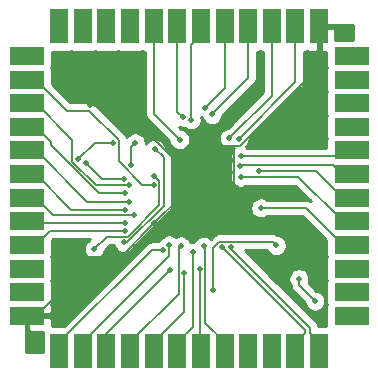
<source format=gbr>
G04 #@! TF.GenerationSoftware,KiCad,Pcbnew,(5.1.5-0-10_14)*
G04 #@! TF.CreationDate,2019-12-28T15:12:34-06:00*
G04 #@! TF.ProjectId,CircuitBrains Deluxe v1_3,43697263-7569-4744-9272-61696e732044,rev?*
G04 #@! TF.SameCoordinates,Original*
G04 #@! TF.FileFunction,Copper,L2,Bot*
G04 #@! TF.FilePolarity,Positive*
%FSLAX46Y46*%
G04 Gerber Fmt 4.6, Leading zero omitted, Abs format (unit mm)*
G04 Created by KiCad (PCBNEW (5.1.5-0-10_14)) date 2019-12-28 15:12:34*
%MOMM*%
%LPD*%
G04 APERTURE LIST*
%ADD10R,1.500000X3.000000*%
%ADD11R,3.000000X1.500000*%
%ADD12C,1.400000*%
%ADD13C,0.508000*%
%ADD14C,0.152400*%
%ADD15C,0.200000*%
%ADD16C,0.254000*%
G04 APERTURE END LIST*
D10*
X88650000Y-87200000D03*
X90650000Y-87200000D03*
X92650000Y-87200000D03*
X94650000Y-87200000D03*
X96650000Y-87200000D03*
X98650000Y-87200000D03*
X100650000Y-87200000D03*
X102650000Y-87200000D03*
X104650000Y-87200000D03*
X106650000Y-87200000D03*
X108650000Y-87200000D03*
X110650000Y-87200000D03*
X88650000Y-114700000D03*
X90650000Y-114700000D03*
X92650000Y-114700000D03*
X94650000Y-114700000D03*
X96650000Y-114700000D03*
X98650000Y-114700000D03*
X100650000Y-114700000D03*
X102650000Y-114700000D03*
X104650000Y-114700000D03*
X106650000Y-114700000D03*
X108650000Y-114700000D03*
X110650000Y-114700000D03*
D11*
X113400000Y-111700000D03*
X113400000Y-109700000D03*
X113400000Y-107700000D03*
X113400000Y-105700000D03*
X113400000Y-103700000D03*
X113400000Y-101700000D03*
X113400000Y-99700000D03*
X113400000Y-97700000D03*
X113400000Y-95700000D03*
X113400000Y-93700000D03*
X113400000Y-91700000D03*
X113400000Y-89700000D03*
X85900000Y-89700000D03*
X85900000Y-91700000D03*
X85900000Y-93700000D03*
X85900000Y-95700000D03*
X85900000Y-97700000D03*
X85900000Y-99700000D03*
X85900000Y-101700000D03*
X85900000Y-103700000D03*
X85900000Y-105700000D03*
X85900000Y-107700000D03*
X85900000Y-109700000D03*
X85900000Y-111700000D03*
D12*
X110650000Y-86450000D03*
X85150000Y-111700000D03*
D13*
X91267900Y-93841700D03*
X96707200Y-103874400D03*
X101387300Y-96729300D03*
X103361000Y-104017000D03*
X104005600Y-101569400D03*
X90883000Y-106683200D03*
D12*
X110650000Y-87950000D03*
X86650000Y-111700000D03*
X114150000Y-105700000D03*
D13*
X105701900Y-102565700D03*
D12*
X112650000Y-105700000D03*
D13*
X110300000Y-110450000D03*
X108950000Y-108550000D03*
D12*
X85150000Y-107700000D03*
X86650000Y-107700000D03*
X85150000Y-109700000D03*
X86650000Y-109700000D03*
X114150000Y-99700000D03*
D13*
X103982300Y-99051500D03*
D12*
X112650000Y-99700000D03*
X114150000Y-103700000D03*
D13*
X104001000Y-99959200D03*
D12*
X112650000Y-103700000D03*
X114150000Y-101700000D03*
D13*
X105544500Y-99432700D03*
D12*
X112650000Y-101700000D03*
D13*
X94141700Y-100117100D03*
X90886600Y-98741800D03*
X107028200Y-105740100D03*
X101700200Y-109553400D03*
D12*
X114150000Y-89700000D03*
X112650000Y-89700000D03*
X114150000Y-91700000D03*
X112650000Y-91700000D03*
X85150000Y-93700000D03*
D13*
X94584700Y-100621900D03*
D12*
X86650000Y-93700000D03*
D13*
X95100000Y-97050000D03*
X94722500Y-98922500D03*
X93230500Y-97030800D03*
X90246300Y-98447400D03*
X96677400Y-99826500D03*
X91624000Y-106029500D03*
X96776000Y-97562500D03*
X94151700Y-105490300D03*
D12*
X106650000Y-86450000D03*
D13*
X103067200Y-96639400D03*
D12*
X106650000Y-87950000D03*
X104650000Y-86450000D03*
D13*
X101575300Y-94646100D03*
D12*
X104650000Y-87950000D03*
X114150000Y-95700000D03*
X112650000Y-95700000D03*
X85150000Y-89700000D03*
X86650000Y-89700000D03*
X88650000Y-86450000D03*
X88650000Y-87950000D03*
X90650000Y-86450000D03*
X90650000Y-87950000D03*
X92650000Y-86450000D03*
X92650000Y-87950000D03*
X94650000Y-86450000D03*
X94650000Y-87950000D03*
X102650000Y-86450000D03*
D13*
X101021700Y-94076500D03*
D12*
X102650000Y-87950000D03*
X100650000Y-86450000D03*
D13*
X99827300Y-95089800D03*
D12*
X100650000Y-87950000D03*
X98650000Y-86450000D03*
D13*
X99096900Y-94888600D03*
D12*
X98650000Y-87950000D03*
X96650000Y-86450000D03*
D13*
X98841700Y-96772800D03*
D12*
X96650000Y-87950000D03*
X114150000Y-109700000D03*
X112650000Y-109700000D03*
X114150000Y-107700000D03*
X112650000Y-107700000D03*
X114150000Y-97700000D03*
D13*
X104019100Y-98177200D03*
D12*
X112650000Y-97700000D03*
X85150000Y-91700000D03*
D13*
X96643100Y-100585300D03*
D12*
X86650000Y-91700000D03*
X85150000Y-99700000D03*
D13*
X94253700Y-102701200D03*
D12*
X86650000Y-99700000D03*
X85150000Y-101700000D03*
D13*
X95007700Y-103134300D03*
D12*
X86650000Y-101700000D03*
X85150000Y-103700000D03*
D13*
X94234800Y-103837900D03*
D12*
X86650000Y-103700000D03*
X102650000Y-115450000D03*
D13*
X100884800Y-105817200D03*
D12*
X102650000Y-113950000D03*
X100650000Y-115450000D03*
D13*
X100546900Y-107744200D03*
D12*
X100650000Y-113950000D03*
X98650000Y-115450000D03*
D13*
X99965500Y-106298200D03*
D12*
X98650000Y-113950000D03*
X96650000Y-115450000D03*
D13*
X99254700Y-108095600D03*
D12*
X96650000Y-113950000D03*
X94650000Y-115450000D03*
D13*
X98934400Y-105778800D03*
D12*
X94650000Y-113950000D03*
X85150000Y-95700000D03*
D13*
X94223300Y-101321400D03*
D12*
X86650000Y-95700000D03*
X92650000Y-115450000D03*
D13*
X98055400Y-107813200D03*
D12*
X92650000Y-113950000D03*
X90650000Y-115450000D03*
D13*
X97968500Y-105687500D03*
D12*
X90650000Y-113950000D03*
X104650000Y-115450000D03*
X104650000Y-113950000D03*
X106650000Y-115450000D03*
X106650000Y-113950000D03*
X108650000Y-115450000D03*
X108650000Y-113950000D03*
D13*
X102449000Y-105909000D03*
D12*
X110650000Y-115450000D03*
X110650000Y-113950000D03*
D13*
X103207000Y-105909000D03*
D12*
X85150000Y-97700000D03*
D13*
X94578100Y-102072000D03*
D12*
X86650000Y-97700000D03*
X85150000Y-105700000D03*
D13*
X94242400Y-104501400D03*
D12*
X86650000Y-105700000D03*
X114150000Y-111700000D03*
X112650000Y-111700000D03*
X88650000Y-115450000D03*
D13*
X97435100Y-106114200D03*
D12*
X88650000Y-113950000D03*
X114150000Y-93700000D03*
X112650000Y-93700000D03*
X108650000Y-86450000D03*
D13*
X103847900Y-96704600D03*
D12*
X108650000Y-87950000D03*
D14*
X103459800Y-97289900D02*
X103459800Y-101023600D01*
X103459800Y-101023600D02*
X104005600Y-101569400D01*
X99027000Y-99089600D02*
X93779100Y-93841700D01*
X93779100Y-93841700D02*
X91267900Y-93841700D01*
X96707200Y-103874400D02*
X99027000Y-101554600D01*
X99027000Y-101554600D02*
X99027000Y-99089600D01*
X99027000Y-99089600D02*
X101387300Y-96729300D01*
X90883000Y-106683200D02*
X93898400Y-106683200D01*
X93898400Y-106683200D02*
X96707200Y-103874400D01*
X104005600Y-101569400D02*
X103361000Y-102214000D01*
X103361000Y-102214000D02*
X103361000Y-104017000D01*
X101387300Y-96729300D02*
X101947900Y-97289900D01*
X101947900Y-97289900D02*
X103459800Y-97289900D01*
X103459800Y-97289900D02*
X103983200Y-97289900D01*
X103983200Y-97289900D02*
X110650000Y-90623100D01*
X110650000Y-90623100D02*
X110650000Y-87950000D01*
X90883000Y-106683200D02*
X90883000Y-107467000D01*
X90883000Y-107467000D02*
X86650000Y-111700000D01*
X110650000Y-87200000D02*
X110650000Y-87950000D01*
X85900000Y-111700000D02*
X86650000Y-111700000D01*
X112650000Y-105700000D02*
X109515700Y-102565700D01*
X109515700Y-102565700D02*
X105701900Y-102565700D01*
X113400000Y-105700000D02*
X112650000Y-105700000D01*
X108950000Y-109100000D02*
X108950000Y-108550000D01*
X110300000Y-110450000D02*
X108950000Y-109100000D01*
X86650000Y-107700000D02*
X85900000Y-107700000D01*
X86650000Y-109700000D02*
X85900000Y-109700000D01*
X112650000Y-99700000D02*
X111845800Y-98895800D01*
X111845800Y-98895800D02*
X104138000Y-98895800D01*
X104138000Y-98895800D02*
X103982300Y-99051500D01*
X113400000Y-99700000D02*
X112650000Y-99700000D01*
X112650000Y-103700000D02*
X108909200Y-99959200D01*
X108909200Y-99959200D02*
X104001000Y-99959200D01*
X113400000Y-103700000D02*
X112650000Y-103700000D01*
X112650000Y-101700000D02*
X110382700Y-99432700D01*
X110382700Y-99432700D02*
X105544500Y-99432700D01*
X113400000Y-101700000D02*
X112650000Y-101700000D01*
X94141700Y-100117100D02*
X92261900Y-100117100D01*
X92261900Y-100117100D02*
X90886600Y-98741800D01*
X101700200Y-109553400D02*
X101700200Y-105935600D01*
X101700200Y-105935600D02*
X102210800Y-105425000D01*
X102210800Y-105425000D02*
X106713100Y-105425000D01*
X106713100Y-105425000D02*
X107028200Y-105740100D01*
X112650000Y-89700000D02*
X113400000Y-89700000D01*
X112650000Y-91700000D02*
X113400000Y-91700000D01*
X86650000Y-93700000D02*
X89763400Y-96813400D01*
X89763400Y-96813400D02*
X89763400Y-98647500D01*
X89763400Y-98647500D02*
X91737800Y-100621900D01*
X91737800Y-100621900D02*
X94584700Y-100621900D01*
X85900000Y-93700000D02*
X86650000Y-93700000D01*
X94722500Y-98922500D02*
X94722500Y-97427500D01*
X94722500Y-97427500D02*
X95100000Y-97050000D01*
X90246300Y-98447400D02*
X91662900Y-97030800D01*
X91662900Y-97030800D02*
X93230500Y-97030800D01*
X91624000Y-106029500D02*
X92669200Y-104984300D01*
X92669200Y-104984300D02*
X94467100Y-104984300D01*
X94467100Y-104984300D02*
X97130700Y-102320700D01*
X97130700Y-102320700D02*
X97130700Y-100279800D01*
X97130700Y-100279800D02*
X96677400Y-99826500D01*
X94151700Y-105490300D02*
X94392800Y-105490300D01*
X94392800Y-105490300D02*
X97504200Y-102378900D01*
X97504200Y-102378900D02*
X97504200Y-98290700D01*
X97504200Y-98290700D02*
X96776000Y-97562500D01*
X106650000Y-87950000D02*
X106650000Y-93056600D01*
X106650000Y-93056600D02*
X103067200Y-96639400D01*
X106650000Y-87200000D02*
X106650000Y-87950000D01*
X104650000Y-87950000D02*
X104650000Y-91571400D01*
X104650000Y-91571400D02*
X101575300Y-94646100D01*
X104650000Y-87200000D02*
X104650000Y-87950000D01*
X112650000Y-95700000D02*
X113400000Y-95700000D01*
X85900000Y-89700000D02*
X86650000Y-89700000D01*
X88650000Y-87950000D02*
X88650000Y-87200000D01*
X90650000Y-87950000D02*
X90650000Y-87200000D01*
X92650000Y-87950000D02*
X92650000Y-87200000D01*
X94650000Y-87950000D02*
X94650000Y-87200000D01*
X102650000Y-87950000D02*
X102650000Y-92448200D01*
X102650000Y-92448200D02*
X101021700Y-94076500D01*
X102650000Y-87200000D02*
X102650000Y-87950000D01*
X100650000Y-87950000D02*
X100650000Y-87200000D01*
X99827300Y-95089800D02*
X99827300Y-88772700D01*
X99827300Y-88772700D02*
X100650000Y-87950000D01*
X98650000Y-87950000D02*
X98650000Y-94441700D01*
X98650000Y-94441700D02*
X99096900Y-94888600D01*
X98650000Y-87200000D02*
X98650000Y-87950000D01*
X96650000Y-87950000D02*
X96650000Y-94581100D01*
X96650000Y-94581100D02*
X98841700Y-96772800D01*
X96650000Y-87200000D02*
X96650000Y-87950000D01*
X112650000Y-109700000D02*
X113400000Y-109700000D01*
X113400000Y-107700000D02*
X112650000Y-107700000D01*
X112650000Y-97700000D02*
X112172800Y-98177200D01*
X112172800Y-98177200D02*
X104019100Y-98177200D01*
X112650000Y-97700000D02*
X113400000Y-97700000D01*
X86650000Y-91700000D02*
X89274600Y-94324600D01*
X89274600Y-94324600D02*
X91207400Y-94324600D01*
X91207400Y-94324600D02*
X93713400Y-96830600D01*
X93713400Y-96830600D02*
X93713400Y-98628700D01*
X93713400Y-98628700D02*
X95669900Y-100585200D01*
X95669900Y-100585200D02*
X96643100Y-100585200D01*
X96643100Y-100585200D02*
X96643100Y-100585300D01*
X85900000Y-91700000D02*
X86650000Y-91700000D01*
X86650000Y-99700000D02*
X89651200Y-102701200D01*
X89651200Y-102701200D02*
X94253700Y-102701200D01*
X85900000Y-99700000D02*
X86650000Y-99700000D01*
X86650000Y-101700000D02*
X88134100Y-103184100D01*
X88134100Y-103184100D02*
X94957900Y-103184100D01*
X94957900Y-103184100D02*
X95007700Y-103134300D01*
X85900000Y-101700000D02*
X86650000Y-101700000D01*
X86650000Y-103700000D02*
X86787900Y-103837900D01*
X86787900Y-103837900D02*
X94234800Y-103837900D01*
X86650000Y-103700000D02*
X85900000Y-103700000D01*
X102650000Y-113950000D02*
X101029900Y-112329900D01*
X101029900Y-112329900D02*
X101029900Y-105962300D01*
X101029900Y-105962300D02*
X100884800Y-105817200D01*
X102650000Y-114700000D02*
X102650000Y-113950000D01*
X100650000Y-113950000D02*
X100546900Y-113846900D01*
X100546900Y-113846900D02*
X100546900Y-107744200D01*
X100650000Y-113950000D02*
X100650000Y-114700000D01*
X98650000Y-113950000D02*
X99965500Y-112634500D01*
X99965500Y-112634500D02*
X99965500Y-106298200D01*
X98650000Y-114700000D02*
X98650000Y-113950000D01*
X96650000Y-113950000D02*
X99254700Y-111345300D01*
X99254700Y-111345300D02*
X99254700Y-108095600D01*
X96650000Y-114700000D02*
X96650000Y-113950000D01*
X98934400Y-105778800D02*
X98771800Y-105941400D01*
X98771800Y-105941400D02*
X98771800Y-109828200D01*
X98771800Y-109828200D02*
X94650000Y-113950000D01*
X94650000Y-113950000D02*
X94650000Y-114700000D01*
X86650000Y-95700000D02*
X87955900Y-97005900D01*
X87955900Y-97005900D02*
X87955900Y-97273300D01*
X87955900Y-97273300D02*
X92004000Y-101321400D01*
X92004000Y-101321400D02*
X94223300Y-101321400D01*
X85900000Y-95700000D02*
X86650000Y-95700000D01*
X92650000Y-113950000D02*
X92650000Y-113218600D01*
X92650000Y-113218600D02*
X98055400Y-107813200D01*
X92650000Y-114700000D02*
X92650000Y-113950000D01*
X90650000Y-113950000D02*
X97968500Y-106631500D01*
X97968500Y-106631500D02*
X97968500Y-105687500D01*
X90650000Y-114700000D02*
X90650000Y-113950000D01*
X104650000Y-114700000D02*
X104650000Y-113950000D01*
X106650000Y-114700000D02*
X106650000Y-113950000D01*
D15*
X102449000Y-105909000D02*
X109425000Y-112885000D01*
X109425000Y-112885000D02*
X109425000Y-113175000D01*
X109425000Y-113175000D02*
X108650000Y-113950000D01*
X108650000Y-113950000D02*
X108650000Y-114700000D01*
X103207000Y-105909000D02*
X103207000Y-106031000D01*
X103207000Y-106031000D02*
X109875000Y-112699000D01*
X109875000Y-112699000D02*
X109875000Y-113175000D01*
X109875000Y-113175000D02*
X110650000Y-113950000D01*
X110650000Y-113950000D02*
X110650000Y-114700000D01*
D14*
X86650000Y-97700000D02*
X91022000Y-102072000D01*
X91022000Y-102072000D02*
X94578100Y-102072000D01*
X85900000Y-97700000D02*
X86650000Y-97700000D01*
X86650000Y-105700000D02*
X87848600Y-104501400D01*
X87848600Y-104501400D02*
X94242400Y-104501400D01*
X85900000Y-105700000D02*
X86650000Y-105700000D01*
X112650000Y-111700000D02*
X113400000Y-111700000D01*
X88650000Y-113950000D02*
X88650000Y-114700000D01*
X97435100Y-106114200D02*
X97435100Y-106114300D01*
X97435100Y-106114300D02*
X96485700Y-106114300D01*
X96485700Y-106114300D02*
X88650000Y-113950000D01*
X113400000Y-93700000D02*
X112650000Y-93700000D01*
X108650000Y-87950000D02*
X108650000Y-87200000D01*
X103847900Y-96704600D02*
X108650000Y-91902500D01*
X108650000Y-91902500D02*
X108650000Y-87950000D01*
D16*
G36*
X105655820Y-89289502D02*
G01*
X105775518Y-89325812D01*
X105900000Y-89338072D01*
X105938800Y-89338072D01*
X105938801Y-92762010D01*
X102943155Y-95757658D01*
X102807888Y-95784564D01*
X102646101Y-95851579D01*
X102500496Y-95948869D01*
X102376669Y-96072696D01*
X102279379Y-96218301D01*
X102212364Y-96380088D01*
X102178200Y-96551841D01*
X102178200Y-96726959D01*
X102212364Y-96898712D01*
X102279379Y-97060499D01*
X102376669Y-97206104D01*
X102500496Y-97329931D01*
X102646101Y-97427221D01*
X102807888Y-97494236D01*
X102979641Y-97528400D01*
X103154759Y-97528400D01*
X103326512Y-97494236D01*
X103390099Y-97467897D01*
X103426801Y-97492421D01*
X103440832Y-97498233D01*
X103328569Y-97610496D01*
X103231279Y-97756101D01*
X103164264Y-97917888D01*
X103130100Y-98089641D01*
X103130100Y-98264759D01*
X103164264Y-98436512D01*
X103225405Y-98584117D01*
X103194479Y-98630401D01*
X103127464Y-98792188D01*
X103093300Y-98963941D01*
X103093300Y-99139059D01*
X103127464Y-99310812D01*
X103194479Y-99472599D01*
X103225712Y-99519343D01*
X103213179Y-99538101D01*
X103146164Y-99699888D01*
X103112000Y-99871641D01*
X103112000Y-100046759D01*
X103146164Y-100218512D01*
X103213179Y-100380299D01*
X103310469Y-100525904D01*
X103434296Y-100649731D01*
X103579901Y-100747021D01*
X103741688Y-100814036D01*
X103913441Y-100848200D01*
X104088559Y-100848200D01*
X104260312Y-100814036D01*
X104422099Y-100747021D01*
X104536771Y-100670400D01*
X108614613Y-100670400D01*
X109929338Y-101985126D01*
X109912733Y-101971498D01*
X109789181Y-101905458D01*
X109655120Y-101864791D01*
X109550636Y-101854500D01*
X109550626Y-101854500D01*
X109515700Y-101851060D01*
X109480774Y-101854500D01*
X106237671Y-101854500D01*
X106122999Y-101777879D01*
X105961212Y-101710864D01*
X105789459Y-101676700D01*
X105614341Y-101676700D01*
X105442588Y-101710864D01*
X105280801Y-101777879D01*
X105135196Y-101875169D01*
X105011369Y-101998996D01*
X104914079Y-102144601D01*
X104847064Y-102306388D01*
X104812900Y-102478141D01*
X104812900Y-102653259D01*
X104847064Y-102825012D01*
X104914079Y-102986799D01*
X105011369Y-103132404D01*
X105135196Y-103256231D01*
X105280801Y-103353521D01*
X105442588Y-103420536D01*
X105614341Y-103454700D01*
X105789459Y-103454700D01*
X105961212Y-103420536D01*
X106122999Y-103353521D01*
X106237671Y-103276900D01*
X109221113Y-103276900D01*
X111261928Y-105317716D01*
X111261928Y-106450000D01*
X111274188Y-106574482D01*
X111310498Y-106694180D01*
X111313609Y-106700000D01*
X111310498Y-106705820D01*
X111274188Y-106825518D01*
X111261928Y-106950000D01*
X111261928Y-108450000D01*
X111274188Y-108574482D01*
X111310498Y-108694180D01*
X111313609Y-108700000D01*
X111310498Y-108705820D01*
X111274188Y-108825518D01*
X111261928Y-108950000D01*
X111261928Y-110450000D01*
X111274188Y-110574482D01*
X111310498Y-110694180D01*
X111313609Y-110700000D01*
X111310498Y-110705820D01*
X111274188Y-110825518D01*
X111261928Y-110950000D01*
X111261928Y-112450000D01*
X111272952Y-112561928D01*
X110600056Y-112561928D01*
X110599365Y-112554914D01*
X110583908Y-112503959D01*
X110557337Y-112416367D01*
X110489087Y-112288680D01*
X110445117Y-112235103D01*
X110420253Y-112204806D01*
X110420250Y-112204803D01*
X110397237Y-112176762D01*
X110369198Y-112153751D01*
X106677888Y-108462441D01*
X108061000Y-108462441D01*
X108061000Y-108637559D01*
X108095164Y-108809312D01*
X108162179Y-108971099D01*
X108237023Y-109083112D01*
X108235360Y-109100000D01*
X108238800Y-109134926D01*
X108238800Y-109134935D01*
X108249091Y-109239419D01*
X108289758Y-109373480D01*
X108355798Y-109497032D01*
X108444673Y-109605326D01*
X108471810Y-109627597D01*
X109418258Y-110574046D01*
X109445164Y-110709312D01*
X109512179Y-110871099D01*
X109609469Y-111016704D01*
X109733296Y-111140531D01*
X109878901Y-111237821D01*
X110040688Y-111304836D01*
X110212441Y-111339000D01*
X110387559Y-111339000D01*
X110559312Y-111304836D01*
X110721099Y-111237821D01*
X110866704Y-111140531D01*
X110990531Y-111016704D01*
X111087821Y-110871099D01*
X111154836Y-110709312D01*
X111189000Y-110537559D01*
X111189000Y-110362441D01*
X111154836Y-110190688D01*
X111087821Y-110028901D01*
X110990531Y-109883296D01*
X110866704Y-109759469D01*
X110721099Y-109662179D01*
X110559312Y-109595164D01*
X110424046Y-109568258D01*
X109763908Y-108908120D01*
X109804836Y-108809312D01*
X109839000Y-108637559D01*
X109839000Y-108462441D01*
X109804836Y-108290688D01*
X109737821Y-108128901D01*
X109640531Y-107983296D01*
X109516704Y-107859469D01*
X109371099Y-107762179D01*
X109209312Y-107695164D01*
X109037559Y-107661000D01*
X108862441Y-107661000D01*
X108690688Y-107695164D01*
X108528901Y-107762179D01*
X108383296Y-107859469D01*
X108259469Y-107983296D01*
X108162179Y-108128901D01*
X108095164Y-108290688D01*
X108061000Y-108462441D01*
X106677888Y-108462441D01*
X104351646Y-106136200D01*
X106230024Y-106136200D01*
X106240379Y-106161199D01*
X106337669Y-106306804D01*
X106461496Y-106430631D01*
X106607101Y-106527921D01*
X106768888Y-106594936D01*
X106940641Y-106629100D01*
X107115759Y-106629100D01*
X107287512Y-106594936D01*
X107449299Y-106527921D01*
X107594904Y-106430631D01*
X107718731Y-106306804D01*
X107816021Y-106161199D01*
X107883036Y-105999412D01*
X107917200Y-105827659D01*
X107917200Y-105652541D01*
X107883036Y-105480788D01*
X107816021Y-105319001D01*
X107718731Y-105173396D01*
X107594904Y-105049569D01*
X107449299Y-104952279D01*
X107287512Y-104885264D01*
X107140985Y-104856118D01*
X107110133Y-104830798D01*
X106986581Y-104764758D01*
X106852520Y-104724091D01*
X106748036Y-104713800D01*
X106748026Y-104713800D01*
X106713100Y-104710360D01*
X106678174Y-104713800D01*
X102245717Y-104713800D01*
X102210799Y-104710361D01*
X102175881Y-104713800D01*
X102175864Y-104713800D01*
X102071380Y-104724091D01*
X101937319Y-104764758D01*
X101823645Y-104825518D01*
X101813767Y-104830798D01*
X101732608Y-104897403D01*
X101732604Y-104897407D01*
X101705473Y-104919673D01*
X101683207Y-104946805D01*
X101477423Y-105152588D01*
X101451504Y-105126669D01*
X101305899Y-105029379D01*
X101144112Y-104962364D01*
X100972359Y-104928200D01*
X100797241Y-104928200D01*
X100625488Y-104962364D01*
X100463701Y-105029379D01*
X100318096Y-105126669D01*
X100194269Y-105250496D01*
X100096979Y-105396101D01*
X100088623Y-105416274D01*
X100053059Y-105409200D01*
X99877941Y-105409200D01*
X99753783Y-105433897D01*
X99722221Y-105357701D01*
X99624931Y-105212096D01*
X99501104Y-105088269D01*
X99355499Y-104990979D01*
X99193712Y-104923964D01*
X99021959Y-104889800D01*
X98846841Y-104889800D01*
X98675088Y-104923964D01*
X98521288Y-104987671D01*
X98389599Y-104899679D01*
X98227812Y-104832664D01*
X98056059Y-104798500D01*
X97880941Y-104798500D01*
X97709188Y-104832664D01*
X97547401Y-104899679D01*
X97401796Y-104996969D01*
X97277969Y-105120796D01*
X97186851Y-105257163D01*
X97175788Y-105259364D01*
X97014001Y-105326379D01*
X96899180Y-105403100D01*
X96520625Y-105403100D01*
X96485699Y-105399660D01*
X96450773Y-105403100D01*
X96450764Y-105403100D01*
X96346280Y-105413391D01*
X96212219Y-105454058D01*
X96116317Y-105505319D01*
X96088667Y-105520098D01*
X96007508Y-105586703D01*
X96007504Y-105586707D01*
X95980373Y-105608973D01*
X95958107Y-105636104D01*
X89032285Y-112561928D01*
X88027048Y-112561928D01*
X88038072Y-112450000D01*
X88035000Y-111985750D01*
X87876250Y-111827000D01*
X86027000Y-111827000D01*
X86027000Y-112926250D01*
X86185750Y-113085000D01*
X87272983Y-113087751D01*
X87261928Y-113200000D01*
X87261928Y-114790000D01*
X85810000Y-114790000D01*
X85810000Y-111553000D01*
X86027000Y-111553000D01*
X86027000Y-111573000D01*
X87876250Y-111573000D01*
X88035000Y-111414250D01*
X88038072Y-110950000D01*
X88025812Y-110825518D01*
X87989502Y-110705820D01*
X87986391Y-110700000D01*
X87989502Y-110694180D01*
X88025812Y-110574482D01*
X88038072Y-110450000D01*
X88038072Y-108950000D01*
X88025812Y-108825518D01*
X87989502Y-108705820D01*
X87986391Y-108700000D01*
X87989502Y-108694180D01*
X88025812Y-108574482D01*
X88038072Y-108450000D01*
X88038072Y-106950000D01*
X88025812Y-106825518D01*
X87989502Y-106705820D01*
X87986391Y-106700000D01*
X87989502Y-106694180D01*
X88025812Y-106574482D01*
X88038072Y-106450000D01*
X88038072Y-105317716D01*
X88143189Y-105212600D01*
X91273103Y-105212600D01*
X91202901Y-105241679D01*
X91057296Y-105338969D01*
X90933469Y-105462796D01*
X90836179Y-105608401D01*
X90769164Y-105770188D01*
X90735000Y-105941941D01*
X90735000Y-106117059D01*
X90769164Y-106288812D01*
X90836179Y-106450599D01*
X90933469Y-106596204D01*
X91057296Y-106720031D01*
X91202901Y-106817321D01*
X91364688Y-106884336D01*
X91536441Y-106918500D01*
X91711559Y-106918500D01*
X91883312Y-106884336D01*
X92045099Y-106817321D01*
X92190704Y-106720031D01*
X92314531Y-106596204D01*
X92411821Y-106450599D01*
X92478836Y-106288812D01*
X92505742Y-106153545D01*
X92963788Y-105695500D01*
X93286100Y-105695500D01*
X93296864Y-105749612D01*
X93363879Y-105911399D01*
X93461169Y-106057004D01*
X93584996Y-106180831D01*
X93730601Y-106278121D01*
X93892388Y-106345136D01*
X94064141Y-106379300D01*
X94239259Y-106379300D01*
X94411012Y-106345136D01*
X94572799Y-106278121D01*
X94718404Y-106180831D01*
X94842231Y-106057004D01*
X94865169Y-106022675D01*
X94898127Y-105995627D01*
X94920402Y-105968485D01*
X97982395Y-102906493D01*
X98009526Y-102884227D01*
X98031793Y-102857095D01*
X98031797Y-102857091D01*
X98098402Y-102775933D01*
X98100018Y-102772909D01*
X98164442Y-102652381D01*
X98205109Y-102518320D01*
X98215400Y-102413836D01*
X98215400Y-102413827D01*
X98218840Y-102378901D01*
X98215400Y-102343975D01*
X98215400Y-98325625D01*
X98218840Y-98290699D01*
X98215400Y-98255773D01*
X98215400Y-98255764D01*
X98205109Y-98151280D01*
X98164442Y-98017219D01*
X98098402Y-97893667D01*
X98076929Y-97867502D01*
X98031797Y-97812508D01*
X98031793Y-97812504D01*
X98009527Y-97785373D01*
X97982396Y-97763107D01*
X97657742Y-97438454D01*
X97630836Y-97303188D01*
X97563821Y-97141401D01*
X97466531Y-96995796D01*
X97342704Y-96871969D01*
X97197099Y-96774679D01*
X97035312Y-96707664D01*
X96863559Y-96673500D01*
X96688441Y-96673500D01*
X96516688Y-96707664D01*
X96354901Y-96774679D01*
X96209296Y-96871969D01*
X96085469Y-96995796D01*
X95988260Y-97141280D01*
X95989000Y-97137559D01*
X95989000Y-96962441D01*
X95954836Y-96790688D01*
X95887821Y-96628901D01*
X95790531Y-96483296D01*
X95666704Y-96359469D01*
X95521099Y-96262179D01*
X95359312Y-96195164D01*
X95187559Y-96161000D01*
X95012441Y-96161000D01*
X94840688Y-96195164D01*
X94678901Y-96262179D01*
X94533296Y-96359469D01*
X94409469Y-96483296D01*
X94367642Y-96545894D01*
X94307602Y-96433567D01*
X94293486Y-96416367D01*
X94240997Y-96352409D01*
X94240993Y-96352405D01*
X94218726Y-96325273D01*
X94191595Y-96303007D01*
X91735002Y-93846415D01*
X91712727Y-93819273D01*
X91604433Y-93730398D01*
X91480881Y-93664358D01*
X91346820Y-93623691D01*
X91242336Y-93613400D01*
X91242326Y-93613400D01*
X91207400Y-93609960D01*
X91172474Y-93613400D01*
X89569188Y-93613400D01*
X88038072Y-92082285D01*
X88038072Y-90950000D01*
X88025812Y-90825518D01*
X87989502Y-90705820D01*
X87986391Y-90700000D01*
X87989502Y-90694180D01*
X88025812Y-90574482D01*
X88038072Y-90450000D01*
X88038072Y-89338072D01*
X89400000Y-89338072D01*
X89524482Y-89325812D01*
X89644180Y-89289502D01*
X89650000Y-89286391D01*
X89655820Y-89289502D01*
X89775518Y-89325812D01*
X89900000Y-89338072D01*
X91400000Y-89338072D01*
X91524482Y-89325812D01*
X91644180Y-89289502D01*
X91650000Y-89286391D01*
X91655820Y-89289502D01*
X91775518Y-89325812D01*
X91900000Y-89338072D01*
X93400000Y-89338072D01*
X93524482Y-89325812D01*
X93644180Y-89289502D01*
X93650000Y-89286391D01*
X93655820Y-89289502D01*
X93775518Y-89325812D01*
X93900000Y-89338072D01*
X95400000Y-89338072D01*
X95524482Y-89325812D01*
X95644180Y-89289502D01*
X95650000Y-89286391D01*
X95655820Y-89289502D01*
X95775518Y-89325812D01*
X95900000Y-89338072D01*
X95938800Y-89338072D01*
X95938801Y-94546164D01*
X95935360Y-94581100D01*
X95938801Y-94616036D01*
X95949092Y-94720520D01*
X95984951Y-94838732D01*
X95989759Y-94854581D01*
X96055798Y-94978132D01*
X96122403Y-95059290D01*
X96144674Y-95086427D01*
X96171810Y-95108697D01*
X97959958Y-96896845D01*
X97986864Y-97032112D01*
X98053879Y-97193899D01*
X98151169Y-97339504D01*
X98274996Y-97463331D01*
X98420601Y-97560621D01*
X98582388Y-97627636D01*
X98754141Y-97661800D01*
X98929259Y-97661800D01*
X99101012Y-97627636D01*
X99262799Y-97560621D01*
X99408404Y-97463331D01*
X99532231Y-97339504D01*
X99629521Y-97193899D01*
X99696536Y-97032112D01*
X99730700Y-96860359D01*
X99730700Y-96685241D01*
X99696536Y-96513488D01*
X99629521Y-96351701D01*
X99532231Y-96206096D01*
X99408404Y-96082269D01*
X99262799Y-95984979D01*
X99101012Y-95917964D01*
X98965745Y-95891058D01*
X98804360Y-95729672D01*
X98837588Y-95743436D01*
X99009341Y-95777600D01*
X99184459Y-95777600D01*
X99245686Y-95765421D01*
X99260596Y-95780331D01*
X99406201Y-95877621D01*
X99567988Y-95944636D01*
X99739741Y-95978800D01*
X99914859Y-95978800D01*
X100086612Y-95944636D01*
X100248399Y-95877621D01*
X100394004Y-95780331D01*
X100517831Y-95656504D01*
X100615121Y-95510899D01*
X100682136Y-95349112D01*
X100716300Y-95177359D01*
X100716300Y-95002241D01*
X100696791Y-94904165D01*
X100724743Y-94915743D01*
X100787479Y-95067199D01*
X100884769Y-95212804D01*
X101008596Y-95336631D01*
X101154201Y-95433921D01*
X101315988Y-95500936D01*
X101487741Y-95535100D01*
X101662859Y-95535100D01*
X101834612Y-95500936D01*
X101996399Y-95433921D01*
X102142004Y-95336631D01*
X102265831Y-95212804D01*
X102363121Y-95067199D01*
X102430136Y-94905412D01*
X102457042Y-94770145D01*
X105128196Y-92098993D01*
X105155327Y-92076727D01*
X105177593Y-92049596D01*
X105177597Y-92049592D01*
X105244202Y-91968433D01*
X105279444Y-91902500D01*
X105310242Y-91844881D01*
X105350909Y-91710820D01*
X105361200Y-91606336D01*
X105361200Y-91606319D01*
X105364639Y-91571401D01*
X105361200Y-91536483D01*
X105361200Y-89338072D01*
X105400000Y-89338072D01*
X105524482Y-89325812D01*
X105644180Y-89289502D01*
X105650000Y-89286391D01*
X105655820Y-89289502D01*
G37*
X105655820Y-89289502D02*
X105775518Y-89325812D01*
X105900000Y-89338072D01*
X105938800Y-89338072D01*
X105938801Y-92762010D01*
X102943155Y-95757658D01*
X102807888Y-95784564D01*
X102646101Y-95851579D01*
X102500496Y-95948869D01*
X102376669Y-96072696D01*
X102279379Y-96218301D01*
X102212364Y-96380088D01*
X102178200Y-96551841D01*
X102178200Y-96726959D01*
X102212364Y-96898712D01*
X102279379Y-97060499D01*
X102376669Y-97206104D01*
X102500496Y-97329931D01*
X102646101Y-97427221D01*
X102807888Y-97494236D01*
X102979641Y-97528400D01*
X103154759Y-97528400D01*
X103326512Y-97494236D01*
X103390099Y-97467897D01*
X103426801Y-97492421D01*
X103440832Y-97498233D01*
X103328569Y-97610496D01*
X103231279Y-97756101D01*
X103164264Y-97917888D01*
X103130100Y-98089641D01*
X103130100Y-98264759D01*
X103164264Y-98436512D01*
X103225405Y-98584117D01*
X103194479Y-98630401D01*
X103127464Y-98792188D01*
X103093300Y-98963941D01*
X103093300Y-99139059D01*
X103127464Y-99310812D01*
X103194479Y-99472599D01*
X103225712Y-99519343D01*
X103213179Y-99538101D01*
X103146164Y-99699888D01*
X103112000Y-99871641D01*
X103112000Y-100046759D01*
X103146164Y-100218512D01*
X103213179Y-100380299D01*
X103310469Y-100525904D01*
X103434296Y-100649731D01*
X103579901Y-100747021D01*
X103741688Y-100814036D01*
X103913441Y-100848200D01*
X104088559Y-100848200D01*
X104260312Y-100814036D01*
X104422099Y-100747021D01*
X104536771Y-100670400D01*
X108614613Y-100670400D01*
X109929338Y-101985126D01*
X109912733Y-101971498D01*
X109789181Y-101905458D01*
X109655120Y-101864791D01*
X109550636Y-101854500D01*
X109550626Y-101854500D01*
X109515700Y-101851060D01*
X109480774Y-101854500D01*
X106237671Y-101854500D01*
X106122999Y-101777879D01*
X105961212Y-101710864D01*
X105789459Y-101676700D01*
X105614341Y-101676700D01*
X105442588Y-101710864D01*
X105280801Y-101777879D01*
X105135196Y-101875169D01*
X105011369Y-101998996D01*
X104914079Y-102144601D01*
X104847064Y-102306388D01*
X104812900Y-102478141D01*
X104812900Y-102653259D01*
X104847064Y-102825012D01*
X104914079Y-102986799D01*
X105011369Y-103132404D01*
X105135196Y-103256231D01*
X105280801Y-103353521D01*
X105442588Y-103420536D01*
X105614341Y-103454700D01*
X105789459Y-103454700D01*
X105961212Y-103420536D01*
X106122999Y-103353521D01*
X106237671Y-103276900D01*
X109221113Y-103276900D01*
X111261928Y-105317716D01*
X111261928Y-106450000D01*
X111274188Y-106574482D01*
X111310498Y-106694180D01*
X111313609Y-106700000D01*
X111310498Y-106705820D01*
X111274188Y-106825518D01*
X111261928Y-106950000D01*
X111261928Y-108450000D01*
X111274188Y-108574482D01*
X111310498Y-108694180D01*
X111313609Y-108700000D01*
X111310498Y-108705820D01*
X111274188Y-108825518D01*
X111261928Y-108950000D01*
X111261928Y-110450000D01*
X111274188Y-110574482D01*
X111310498Y-110694180D01*
X111313609Y-110700000D01*
X111310498Y-110705820D01*
X111274188Y-110825518D01*
X111261928Y-110950000D01*
X111261928Y-112450000D01*
X111272952Y-112561928D01*
X110600056Y-112561928D01*
X110599365Y-112554914D01*
X110583908Y-112503959D01*
X110557337Y-112416367D01*
X110489087Y-112288680D01*
X110445117Y-112235103D01*
X110420253Y-112204806D01*
X110420250Y-112204803D01*
X110397237Y-112176762D01*
X110369198Y-112153751D01*
X106677888Y-108462441D01*
X108061000Y-108462441D01*
X108061000Y-108637559D01*
X108095164Y-108809312D01*
X108162179Y-108971099D01*
X108237023Y-109083112D01*
X108235360Y-109100000D01*
X108238800Y-109134926D01*
X108238800Y-109134935D01*
X108249091Y-109239419D01*
X108289758Y-109373480D01*
X108355798Y-109497032D01*
X108444673Y-109605326D01*
X108471810Y-109627597D01*
X109418258Y-110574046D01*
X109445164Y-110709312D01*
X109512179Y-110871099D01*
X109609469Y-111016704D01*
X109733296Y-111140531D01*
X109878901Y-111237821D01*
X110040688Y-111304836D01*
X110212441Y-111339000D01*
X110387559Y-111339000D01*
X110559312Y-111304836D01*
X110721099Y-111237821D01*
X110866704Y-111140531D01*
X110990531Y-111016704D01*
X111087821Y-110871099D01*
X111154836Y-110709312D01*
X111189000Y-110537559D01*
X111189000Y-110362441D01*
X111154836Y-110190688D01*
X111087821Y-110028901D01*
X110990531Y-109883296D01*
X110866704Y-109759469D01*
X110721099Y-109662179D01*
X110559312Y-109595164D01*
X110424046Y-109568258D01*
X109763908Y-108908120D01*
X109804836Y-108809312D01*
X109839000Y-108637559D01*
X109839000Y-108462441D01*
X109804836Y-108290688D01*
X109737821Y-108128901D01*
X109640531Y-107983296D01*
X109516704Y-107859469D01*
X109371099Y-107762179D01*
X109209312Y-107695164D01*
X109037559Y-107661000D01*
X108862441Y-107661000D01*
X108690688Y-107695164D01*
X108528901Y-107762179D01*
X108383296Y-107859469D01*
X108259469Y-107983296D01*
X108162179Y-108128901D01*
X108095164Y-108290688D01*
X108061000Y-108462441D01*
X106677888Y-108462441D01*
X104351646Y-106136200D01*
X106230024Y-106136200D01*
X106240379Y-106161199D01*
X106337669Y-106306804D01*
X106461496Y-106430631D01*
X106607101Y-106527921D01*
X106768888Y-106594936D01*
X106940641Y-106629100D01*
X107115759Y-106629100D01*
X107287512Y-106594936D01*
X107449299Y-106527921D01*
X107594904Y-106430631D01*
X107718731Y-106306804D01*
X107816021Y-106161199D01*
X107883036Y-105999412D01*
X107917200Y-105827659D01*
X107917200Y-105652541D01*
X107883036Y-105480788D01*
X107816021Y-105319001D01*
X107718731Y-105173396D01*
X107594904Y-105049569D01*
X107449299Y-104952279D01*
X107287512Y-104885264D01*
X107140985Y-104856118D01*
X107110133Y-104830798D01*
X106986581Y-104764758D01*
X106852520Y-104724091D01*
X106748036Y-104713800D01*
X106748026Y-104713800D01*
X106713100Y-104710360D01*
X106678174Y-104713800D01*
X102245717Y-104713800D01*
X102210799Y-104710361D01*
X102175881Y-104713800D01*
X102175864Y-104713800D01*
X102071380Y-104724091D01*
X101937319Y-104764758D01*
X101823645Y-104825518D01*
X101813767Y-104830798D01*
X101732608Y-104897403D01*
X101732604Y-104897407D01*
X101705473Y-104919673D01*
X101683207Y-104946805D01*
X101477423Y-105152588D01*
X101451504Y-105126669D01*
X101305899Y-105029379D01*
X101144112Y-104962364D01*
X100972359Y-104928200D01*
X100797241Y-104928200D01*
X100625488Y-104962364D01*
X100463701Y-105029379D01*
X100318096Y-105126669D01*
X100194269Y-105250496D01*
X100096979Y-105396101D01*
X100088623Y-105416274D01*
X100053059Y-105409200D01*
X99877941Y-105409200D01*
X99753783Y-105433897D01*
X99722221Y-105357701D01*
X99624931Y-105212096D01*
X99501104Y-105088269D01*
X99355499Y-104990979D01*
X99193712Y-104923964D01*
X99021959Y-104889800D01*
X98846841Y-104889800D01*
X98675088Y-104923964D01*
X98521288Y-104987671D01*
X98389599Y-104899679D01*
X98227812Y-104832664D01*
X98056059Y-104798500D01*
X97880941Y-104798500D01*
X97709188Y-104832664D01*
X97547401Y-104899679D01*
X97401796Y-104996969D01*
X97277969Y-105120796D01*
X97186851Y-105257163D01*
X97175788Y-105259364D01*
X97014001Y-105326379D01*
X96899180Y-105403100D01*
X96520625Y-105403100D01*
X96485699Y-105399660D01*
X96450773Y-105403100D01*
X96450764Y-105403100D01*
X96346280Y-105413391D01*
X96212219Y-105454058D01*
X96116317Y-105505319D01*
X96088667Y-105520098D01*
X96007508Y-105586703D01*
X96007504Y-105586707D01*
X95980373Y-105608973D01*
X95958107Y-105636104D01*
X89032285Y-112561928D01*
X88027048Y-112561928D01*
X88038072Y-112450000D01*
X88035000Y-111985750D01*
X87876250Y-111827000D01*
X86027000Y-111827000D01*
X86027000Y-112926250D01*
X86185750Y-113085000D01*
X87272983Y-113087751D01*
X87261928Y-113200000D01*
X87261928Y-114790000D01*
X85810000Y-114790000D01*
X85810000Y-111553000D01*
X86027000Y-111553000D01*
X86027000Y-111573000D01*
X87876250Y-111573000D01*
X88035000Y-111414250D01*
X88038072Y-110950000D01*
X88025812Y-110825518D01*
X87989502Y-110705820D01*
X87986391Y-110700000D01*
X87989502Y-110694180D01*
X88025812Y-110574482D01*
X88038072Y-110450000D01*
X88038072Y-108950000D01*
X88025812Y-108825518D01*
X87989502Y-108705820D01*
X87986391Y-108700000D01*
X87989502Y-108694180D01*
X88025812Y-108574482D01*
X88038072Y-108450000D01*
X88038072Y-106950000D01*
X88025812Y-106825518D01*
X87989502Y-106705820D01*
X87986391Y-106700000D01*
X87989502Y-106694180D01*
X88025812Y-106574482D01*
X88038072Y-106450000D01*
X88038072Y-105317716D01*
X88143189Y-105212600D01*
X91273103Y-105212600D01*
X91202901Y-105241679D01*
X91057296Y-105338969D01*
X90933469Y-105462796D01*
X90836179Y-105608401D01*
X90769164Y-105770188D01*
X90735000Y-105941941D01*
X90735000Y-106117059D01*
X90769164Y-106288812D01*
X90836179Y-106450599D01*
X90933469Y-106596204D01*
X91057296Y-106720031D01*
X91202901Y-106817321D01*
X91364688Y-106884336D01*
X91536441Y-106918500D01*
X91711559Y-106918500D01*
X91883312Y-106884336D01*
X92045099Y-106817321D01*
X92190704Y-106720031D01*
X92314531Y-106596204D01*
X92411821Y-106450599D01*
X92478836Y-106288812D01*
X92505742Y-106153545D01*
X92963788Y-105695500D01*
X93286100Y-105695500D01*
X93296864Y-105749612D01*
X93363879Y-105911399D01*
X93461169Y-106057004D01*
X93584996Y-106180831D01*
X93730601Y-106278121D01*
X93892388Y-106345136D01*
X94064141Y-106379300D01*
X94239259Y-106379300D01*
X94411012Y-106345136D01*
X94572799Y-106278121D01*
X94718404Y-106180831D01*
X94842231Y-106057004D01*
X94865169Y-106022675D01*
X94898127Y-105995627D01*
X94920402Y-105968485D01*
X97982395Y-102906493D01*
X98009526Y-102884227D01*
X98031793Y-102857095D01*
X98031797Y-102857091D01*
X98098402Y-102775933D01*
X98100018Y-102772909D01*
X98164442Y-102652381D01*
X98205109Y-102518320D01*
X98215400Y-102413836D01*
X98215400Y-102413827D01*
X98218840Y-102378901D01*
X98215400Y-102343975D01*
X98215400Y-98325625D01*
X98218840Y-98290699D01*
X98215400Y-98255773D01*
X98215400Y-98255764D01*
X98205109Y-98151280D01*
X98164442Y-98017219D01*
X98098402Y-97893667D01*
X98076929Y-97867502D01*
X98031797Y-97812508D01*
X98031793Y-97812504D01*
X98009527Y-97785373D01*
X97982396Y-97763107D01*
X97657742Y-97438454D01*
X97630836Y-97303188D01*
X97563821Y-97141401D01*
X97466531Y-96995796D01*
X97342704Y-96871969D01*
X97197099Y-96774679D01*
X97035312Y-96707664D01*
X96863559Y-96673500D01*
X96688441Y-96673500D01*
X96516688Y-96707664D01*
X96354901Y-96774679D01*
X96209296Y-96871969D01*
X96085469Y-96995796D01*
X95988260Y-97141280D01*
X95989000Y-97137559D01*
X95989000Y-96962441D01*
X95954836Y-96790688D01*
X95887821Y-96628901D01*
X95790531Y-96483296D01*
X95666704Y-96359469D01*
X95521099Y-96262179D01*
X95359312Y-96195164D01*
X95187559Y-96161000D01*
X95012441Y-96161000D01*
X94840688Y-96195164D01*
X94678901Y-96262179D01*
X94533296Y-96359469D01*
X94409469Y-96483296D01*
X94367642Y-96545894D01*
X94307602Y-96433567D01*
X94293486Y-96416367D01*
X94240997Y-96352409D01*
X94240993Y-96352405D01*
X94218726Y-96325273D01*
X94191595Y-96303007D01*
X91735002Y-93846415D01*
X91712727Y-93819273D01*
X91604433Y-93730398D01*
X91480881Y-93664358D01*
X91346820Y-93623691D01*
X91242336Y-93613400D01*
X91242326Y-93613400D01*
X91207400Y-93609960D01*
X91172474Y-93613400D01*
X89569188Y-93613400D01*
X88038072Y-92082285D01*
X88038072Y-90950000D01*
X88025812Y-90825518D01*
X87989502Y-90705820D01*
X87986391Y-90700000D01*
X87989502Y-90694180D01*
X88025812Y-90574482D01*
X88038072Y-90450000D01*
X88038072Y-89338072D01*
X89400000Y-89338072D01*
X89524482Y-89325812D01*
X89644180Y-89289502D01*
X89650000Y-89286391D01*
X89655820Y-89289502D01*
X89775518Y-89325812D01*
X89900000Y-89338072D01*
X91400000Y-89338072D01*
X91524482Y-89325812D01*
X91644180Y-89289502D01*
X91650000Y-89286391D01*
X91655820Y-89289502D01*
X91775518Y-89325812D01*
X91900000Y-89338072D01*
X93400000Y-89338072D01*
X93524482Y-89325812D01*
X93644180Y-89289502D01*
X93650000Y-89286391D01*
X93655820Y-89289502D01*
X93775518Y-89325812D01*
X93900000Y-89338072D01*
X95400000Y-89338072D01*
X95524482Y-89325812D01*
X95644180Y-89289502D01*
X95650000Y-89286391D01*
X95655820Y-89289502D01*
X95775518Y-89325812D01*
X95900000Y-89338072D01*
X95938800Y-89338072D01*
X95938801Y-94546164D01*
X95935360Y-94581100D01*
X95938801Y-94616036D01*
X95949092Y-94720520D01*
X95984951Y-94838732D01*
X95989759Y-94854581D01*
X96055798Y-94978132D01*
X96122403Y-95059290D01*
X96144674Y-95086427D01*
X96171810Y-95108697D01*
X97959958Y-96896845D01*
X97986864Y-97032112D01*
X98053879Y-97193899D01*
X98151169Y-97339504D01*
X98274996Y-97463331D01*
X98420601Y-97560621D01*
X98582388Y-97627636D01*
X98754141Y-97661800D01*
X98929259Y-97661800D01*
X99101012Y-97627636D01*
X99262799Y-97560621D01*
X99408404Y-97463331D01*
X99532231Y-97339504D01*
X99629521Y-97193899D01*
X99696536Y-97032112D01*
X99730700Y-96860359D01*
X99730700Y-96685241D01*
X99696536Y-96513488D01*
X99629521Y-96351701D01*
X99532231Y-96206096D01*
X99408404Y-96082269D01*
X99262799Y-95984979D01*
X99101012Y-95917964D01*
X98965745Y-95891058D01*
X98804360Y-95729672D01*
X98837588Y-95743436D01*
X99009341Y-95777600D01*
X99184459Y-95777600D01*
X99245686Y-95765421D01*
X99260596Y-95780331D01*
X99406201Y-95877621D01*
X99567988Y-95944636D01*
X99739741Y-95978800D01*
X99914859Y-95978800D01*
X100086612Y-95944636D01*
X100248399Y-95877621D01*
X100394004Y-95780331D01*
X100517831Y-95656504D01*
X100615121Y-95510899D01*
X100682136Y-95349112D01*
X100716300Y-95177359D01*
X100716300Y-95002241D01*
X100696791Y-94904165D01*
X100724743Y-94915743D01*
X100787479Y-95067199D01*
X100884769Y-95212804D01*
X101008596Y-95336631D01*
X101154201Y-95433921D01*
X101315988Y-95500936D01*
X101487741Y-95535100D01*
X101662859Y-95535100D01*
X101834612Y-95500936D01*
X101996399Y-95433921D01*
X102142004Y-95336631D01*
X102265831Y-95212804D01*
X102363121Y-95067199D01*
X102430136Y-94905412D01*
X102457042Y-94770145D01*
X105128196Y-92098993D01*
X105155327Y-92076727D01*
X105177593Y-92049596D01*
X105177597Y-92049592D01*
X105244202Y-91968433D01*
X105279444Y-91902500D01*
X105310242Y-91844881D01*
X105350909Y-91710820D01*
X105361200Y-91606336D01*
X105361200Y-91606319D01*
X105364639Y-91571401D01*
X105361200Y-91536483D01*
X105361200Y-89338072D01*
X105400000Y-89338072D01*
X105524482Y-89325812D01*
X105644180Y-89289502D01*
X105650000Y-89286391D01*
X105655820Y-89289502D01*
G36*
X113490001Y-88311928D02*
G01*
X112037090Y-88311928D01*
X112035000Y-87485750D01*
X111876250Y-87327000D01*
X110777000Y-87327000D01*
X110777000Y-89176250D01*
X110935750Y-89335000D01*
X111261928Y-89337158D01*
X111261928Y-90450000D01*
X111274188Y-90574482D01*
X111310498Y-90694180D01*
X111313609Y-90700000D01*
X111310498Y-90705820D01*
X111274188Y-90825518D01*
X111261928Y-90950000D01*
X111261928Y-92450000D01*
X111274188Y-92574482D01*
X111310498Y-92694180D01*
X111313609Y-92700000D01*
X111310498Y-92705820D01*
X111274188Y-92825518D01*
X111261928Y-92950000D01*
X111261928Y-94450000D01*
X111274188Y-94574482D01*
X111310498Y-94694180D01*
X111313609Y-94700000D01*
X111310498Y-94705820D01*
X111274188Y-94825518D01*
X111261928Y-94950000D01*
X111261928Y-96450000D01*
X111274188Y-96574482D01*
X111310498Y-96694180D01*
X111313609Y-96700000D01*
X111310498Y-96705820D01*
X111274188Y-96825518D01*
X111261928Y-96950000D01*
X111261928Y-97466000D01*
X104554871Y-97466000D01*
X104440199Y-97389379D01*
X104426168Y-97383567D01*
X104538431Y-97271304D01*
X104635721Y-97125699D01*
X104702736Y-96963912D01*
X104729643Y-96828645D01*
X109128195Y-92430093D01*
X109155326Y-92407827D01*
X109177593Y-92380695D01*
X109177597Y-92380691D01*
X109244202Y-92299533D01*
X109251414Y-92286041D01*
X109310242Y-92175981D01*
X109350909Y-92041920D01*
X109361200Y-91937436D01*
X109361200Y-91937429D01*
X109364640Y-91902500D01*
X109361200Y-91867572D01*
X109361200Y-89338072D01*
X109400000Y-89338072D01*
X109524482Y-89325812D01*
X109644180Y-89289502D01*
X109650000Y-89286391D01*
X109655820Y-89289502D01*
X109775518Y-89325812D01*
X109900000Y-89338072D01*
X110364250Y-89335000D01*
X110523000Y-89176250D01*
X110523000Y-87327000D01*
X110503000Y-87327000D01*
X110503000Y-87110000D01*
X113490001Y-87110000D01*
X113490001Y-88311928D01*
G37*
X113490001Y-88311928D02*
X112037090Y-88311928D01*
X112035000Y-87485750D01*
X111876250Y-87327000D01*
X110777000Y-87327000D01*
X110777000Y-89176250D01*
X110935750Y-89335000D01*
X111261928Y-89337158D01*
X111261928Y-90450000D01*
X111274188Y-90574482D01*
X111310498Y-90694180D01*
X111313609Y-90700000D01*
X111310498Y-90705820D01*
X111274188Y-90825518D01*
X111261928Y-90950000D01*
X111261928Y-92450000D01*
X111274188Y-92574482D01*
X111310498Y-92694180D01*
X111313609Y-92700000D01*
X111310498Y-92705820D01*
X111274188Y-92825518D01*
X111261928Y-92950000D01*
X111261928Y-94450000D01*
X111274188Y-94574482D01*
X111310498Y-94694180D01*
X111313609Y-94700000D01*
X111310498Y-94705820D01*
X111274188Y-94825518D01*
X111261928Y-94950000D01*
X111261928Y-96450000D01*
X111274188Y-96574482D01*
X111310498Y-96694180D01*
X111313609Y-96700000D01*
X111310498Y-96705820D01*
X111274188Y-96825518D01*
X111261928Y-96950000D01*
X111261928Y-97466000D01*
X104554871Y-97466000D01*
X104440199Y-97389379D01*
X104426168Y-97383567D01*
X104538431Y-97271304D01*
X104635721Y-97125699D01*
X104702736Y-96963912D01*
X104729643Y-96828645D01*
X109128195Y-92430093D01*
X109155326Y-92407827D01*
X109177593Y-92380695D01*
X109177597Y-92380691D01*
X109244202Y-92299533D01*
X109251414Y-92286041D01*
X109310242Y-92175981D01*
X109350909Y-92041920D01*
X109361200Y-91937436D01*
X109361200Y-91937429D01*
X109364640Y-91902500D01*
X109361200Y-91867572D01*
X109361200Y-89338072D01*
X109400000Y-89338072D01*
X109524482Y-89325812D01*
X109644180Y-89289502D01*
X109650000Y-89286391D01*
X109655820Y-89289502D01*
X109775518Y-89325812D01*
X109900000Y-89338072D01*
X110364250Y-89335000D01*
X110523000Y-89176250D01*
X110523000Y-87327000D01*
X110503000Y-87327000D01*
X110503000Y-87110000D01*
X113490001Y-87110000D01*
X113490001Y-88311928D01*
M02*

</source>
